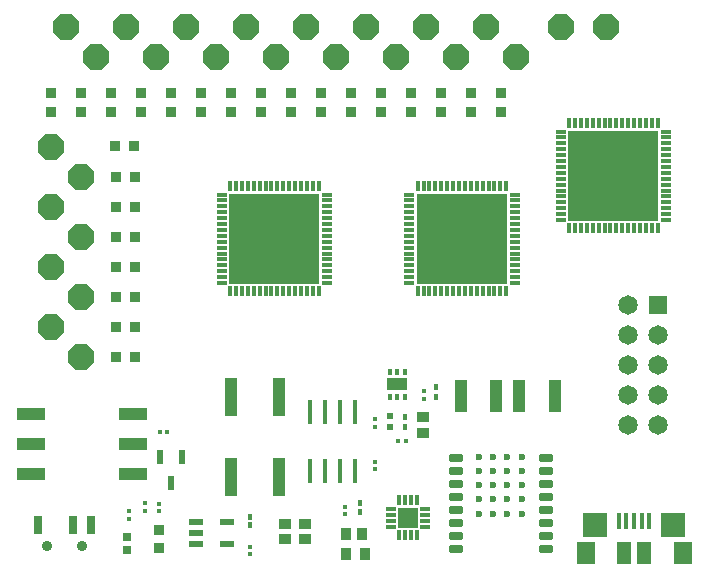
<source format=gbr>
G04 EAGLE Gerber RS-274X export*
G75*
%MOMM*%
%FSLAX34Y34*%
%LPD*%
%INSoldermask Top*%
%IPPOS*%
%AMOC8*
5,1,8,0,0,1.08239X$1,22.5*%
G01*
%ADD10R,0.420000X0.460000*%
%ADD11R,0.620000X0.600000*%
%ADD12R,1.020000X0.870000*%
%ADD13R,0.870000X1.020000*%
%ADD14R,0.330000X0.365000*%
%ADD15R,0.365000X0.330000*%
%ADD16P,2.336880X8X22.500000*%
%ADD17R,0.350000X0.600000*%
%ADD18R,1.700000X1.100000*%
%ADD19R,0.850000X0.300000*%
%ADD20R,0.300000X0.850000*%
%ADD21R,7.700000X7.700000*%
%ADD22R,0.600000X1.200000*%
%ADD23R,1.650000X1.650000*%
%ADD24C,1.650000*%
%ADD25R,0.700000X0.700000*%
%ADD26R,0.950000X0.950000*%
%ADD27R,0.950000X0.900000*%
%ADD28R,0.900000X0.950000*%
%ADD29R,0.440000X0.420000*%
%ADD30R,0.950000X1.000000*%
%ADD31R,0.400000X0.625000*%
%ADD32R,0.350000X0.525000*%
%ADD33R,0.420000X0.440000*%
%ADD34R,1.100000X2.700000*%
%ADD35R,2.440000X1.130000*%
%ADD36R,1.000000X3.200000*%
%ADD37R,0.700000X1.500000*%
%ADD38C,0.900000*%
%ADD39R,0.400000X2.041400*%
%ADD40C,0.345000*%
%ADD41C,0.600000*%
%ADD42R,1.270000X0.558800*%
%ADD43R,0.304800X0.812800*%
%ADD44R,0.812800X0.304800*%
%ADD45R,1.701800X1.701800*%
%ADD46R,1.100000X0.900000*%
%ADD47R,0.400000X1.350000*%
%ADD48R,2.100000X2.000000*%
%ADD49R,1.600000X1.900000*%
%ADD50R,1.200000X1.900000*%


D10*
X-255270Y206250D03*
X-255270Y212850D03*
X-297180Y182120D03*
X-297180Y188720D03*
D11*
X-284480Y191290D03*
X-284480Y182090D03*
D12*
X-256540Y190950D03*
X-256540Y177350D03*
D13*
X-321760Y91440D03*
X-308160Y91440D03*
D14*
X-480060Y111480D03*
X-480060Y117120D03*
X-322580Y114580D03*
X-322580Y108940D03*
X-402590Y74650D03*
X-402590Y80290D03*
X-297180Y152680D03*
X-297180Y147040D03*
D15*
X-473430Y177800D03*
X-479070Y177800D03*
D16*
X-177800Y495300D03*
X-203200Y520700D03*
X-431800Y495300D03*
X-457200Y520700D03*
X-482600Y495300D03*
X-508000Y520700D03*
X-533400Y495300D03*
X-558800Y520700D03*
X-571500Y419100D03*
X-546100Y393700D03*
X-571500Y368300D03*
X-546100Y342900D03*
X-228600Y495300D03*
X-571500Y317500D03*
X-546100Y292100D03*
X-571500Y266700D03*
X-546100Y241300D03*
X-254000Y520700D03*
X-279400Y495300D03*
X-304800Y520700D03*
X-330200Y495300D03*
X-355600Y520700D03*
X-381000Y495300D03*
X-406400Y520700D03*
D17*
X-284630Y207940D03*
X-278130Y207940D03*
X-271630Y207940D03*
X-271630Y228940D03*
X-278130Y228940D03*
X-284630Y228940D03*
D18*
X-278130Y218440D03*
D19*
X-426770Y379130D03*
X-426770Y374130D03*
X-426770Y369130D03*
X-426770Y364130D03*
X-426770Y359130D03*
X-426770Y354130D03*
X-426770Y349130D03*
X-426770Y344130D03*
X-426770Y339130D03*
X-426770Y334130D03*
X-426770Y329130D03*
X-426770Y324130D03*
X-426770Y319130D03*
X-426770Y314130D03*
X-426770Y309130D03*
X-426770Y304130D03*
D20*
X-419770Y297130D03*
X-414770Y297130D03*
X-409770Y297130D03*
X-404770Y297130D03*
X-399770Y297130D03*
X-394770Y297130D03*
X-389770Y297130D03*
X-384770Y297130D03*
X-379770Y297130D03*
X-374770Y297130D03*
X-369770Y297130D03*
X-364770Y297130D03*
X-359770Y297130D03*
X-354770Y297130D03*
X-349770Y297130D03*
X-344770Y297130D03*
D19*
X-337770Y304130D03*
X-337770Y309130D03*
X-337770Y314130D03*
X-337770Y319130D03*
X-337770Y324130D03*
X-337770Y329130D03*
X-337770Y334130D03*
X-337770Y339130D03*
X-337770Y344130D03*
X-337770Y349130D03*
X-337770Y354130D03*
X-337770Y359130D03*
X-337770Y364130D03*
X-337770Y369130D03*
X-337770Y374130D03*
X-337770Y379130D03*
D20*
X-344770Y386130D03*
X-349770Y386130D03*
X-354770Y386130D03*
X-359770Y386130D03*
X-364770Y386130D03*
X-369770Y386130D03*
X-374770Y386130D03*
X-379770Y386130D03*
X-384770Y386130D03*
X-389770Y386130D03*
X-394770Y386130D03*
X-399770Y386130D03*
X-404770Y386130D03*
X-409770Y386130D03*
X-414770Y386130D03*
X-419770Y386130D03*
D21*
X-382270Y341630D03*
D19*
X-139750Y432470D03*
X-139750Y427470D03*
X-139750Y422470D03*
X-139750Y417470D03*
X-139750Y412470D03*
X-139750Y407470D03*
X-139750Y402470D03*
X-139750Y397470D03*
X-139750Y392470D03*
X-139750Y387470D03*
X-139750Y382470D03*
X-139750Y377470D03*
X-139750Y372470D03*
X-139750Y367470D03*
X-139750Y362470D03*
X-139750Y357470D03*
D20*
X-132750Y350470D03*
X-127750Y350470D03*
X-122750Y350470D03*
X-117750Y350470D03*
X-112750Y350470D03*
X-107750Y350470D03*
X-102750Y350470D03*
X-97750Y350470D03*
X-92750Y350470D03*
X-87750Y350470D03*
X-82750Y350470D03*
X-77750Y350470D03*
X-72750Y350470D03*
X-67750Y350470D03*
X-62750Y350470D03*
X-57750Y350470D03*
D19*
X-50750Y357470D03*
X-50750Y362470D03*
X-50750Y367470D03*
X-50750Y372470D03*
X-50750Y377470D03*
X-50750Y382470D03*
X-50750Y387470D03*
X-50750Y392470D03*
X-50750Y397470D03*
X-50750Y402470D03*
X-50750Y407470D03*
X-50750Y412470D03*
X-50750Y417470D03*
X-50750Y422470D03*
X-50750Y427470D03*
X-50750Y432470D03*
D20*
X-57750Y439470D03*
X-62750Y439470D03*
X-67750Y439470D03*
X-72750Y439470D03*
X-77750Y439470D03*
X-82750Y439470D03*
X-87750Y439470D03*
X-92750Y439470D03*
X-97750Y439470D03*
X-102750Y439470D03*
X-107750Y439470D03*
X-112750Y439470D03*
X-117750Y439470D03*
X-122750Y439470D03*
X-127750Y439470D03*
X-132750Y439470D03*
D21*
X-95250Y394970D03*
D22*
X-460400Y157050D03*
X-479400Y157050D03*
X-469900Y135050D03*
D19*
X-268020Y379130D03*
X-268020Y374130D03*
X-268020Y369130D03*
X-268020Y364130D03*
X-268020Y359130D03*
X-268020Y354130D03*
X-268020Y349130D03*
X-268020Y344130D03*
X-268020Y339130D03*
X-268020Y334130D03*
X-268020Y329130D03*
X-268020Y324130D03*
X-268020Y319130D03*
X-268020Y314130D03*
X-268020Y309130D03*
X-268020Y304130D03*
D20*
X-261020Y297130D03*
X-256020Y297130D03*
X-251020Y297130D03*
X-246020Y297130D03*
X-241020Y297130D03*
X-236020Y297130D03*
X-231020Y297130D03*
X-226020Y297130D03*
X-221020Y297130D03*
X-216020Y297130D03*
X-211020Y297130D03*
X-206020Y297130D03*
X-201020Y297130D03*
X-196020Y297130D03*
X-191020Y297130D03*
X-186020Y297130D03*
D19*
X-179020Y304130D03*
X-179020Y309130D03*
X-179020Y314130D03*
X-179020Y319130D03*
X-179020Y324130D03*
X-179020Y329130D03*
X-179020Y334130D03*
X-179020Y339130D03*
X-179020Y344130D03*
X-179020Y349130D03*
X-179020Y354130D03*
X-179020Y359130D03*
X-179020Y364130D03*
X-179020Y369130D03*
X-179020Y374130D03*
X-179020Y379130D03*
D20*
X-186020Y386130D03*
X-191020Y386130D03*
X-196020Y386130D03*
X-201020Y386130D03*
X-206020Y386130D03*
X-211020Y386130D03*
X-216020Y386130D03*
X-221020Y386130D03*
X-226020Y386130D03*
X-231020Y386130D03*
X-236020Y386130D03*
X-241020Y386130D03*
X-246020Y386130D03*
X-251020Y386130D03*
X-256020Y386130D03*
X-261020Y386130D03*
D21*
X-223520Y341630D03*
D23*
X-57150Y285750D03*
D24*
X-82550Y285750D03*
X-57150Y260350D03*
X-82550Y260350D03*
X-57150Y234950D03*
X-82550Y234950D03*
X-57150Y209550D03*
X-82550Y209550D03*
X-57150Y184150D03*
X-82550Y184150D03*
D25*
X-506730Y78320D03*
X-506730Y89320D03*
D26*
X-480060Y80130D03*
X-480060Y95130D03*
D27*
X-190500Y465200D03*
X-190500Y449200D03*
X-215900Y465200D03*
X-215900Y449200D03*
X-241300Y465200D03*
X-241300Y449200D03*
X-266700Y465200D03*
X-266700Y449200D03*
X-292100Y465200D03*
X-292100Y449200D03*
X-317500Y465200D03*
X-317500Y449200D03*
X-342900Y465200D03*
X-342900Y449200D03*
X-368300Y465200D03*
X-368300Y449200D03*
X-393700Y465200D03*
X-393700Y449200D03*
X-419100Y465200D03*
X-419100Y449200D03*
X-444500Y465200D03*
X-444500Y449200D03*
X-469900Y465200D03*
X-469900Y449200D03*
X-495300Y465200D03*
X-495300Y449200D03*
X-520700Y465200D03*
X-520700Y449200D03*
X-546100Y465200D03*
X-546100Y449200D03*
X-571500Y465200D03*
X-571500Y449200D03*
D28*
X-516000Y241300D03*
X-500000Y241300D03*
X-517270Y420370D03*
X-501270Y420370D03*
X-516000Y393700D03*
X-500000Y393700D03*
X-516000Y368300D03*
X-500000Y368300D03*
X-516000Y342900D03*
X-500000Y342900D03*
X-516000Y317500D03*
X-500000Y317500D03*
X-516000Y292100D03*
X-500000Y292100D03*
X-516000Y266700D03*
X-500000Y266700D03*
D29*
X-277720Y170180D03*
X-270920Y170180D03*
D30*
X-305690Y74930D03*
X-321690Y74930D03*
D31*
X-245110Y207970D03*
X-245110Y216210D03*
X-271780Y190810D03*
X-271780Y182570D03*
D32*
X-309880Y117920D03*
X-309880Y110680D03*
X-402590Y99250D03*
X-402590Y106490D03*
D33*
X-491490Y110900D03*
X-491490Y117700D03*
X-505460Y104550D03*
X-505460Y111350D03*
D34*
X-194550Y208280D03*
X-224550Y208280D03*
X-175020Y208280D03*
X-145020Y208280D03*
D16*
X-139700Y520700D03*
D35*
X-588134Y193040D03*
X-588134Y167640D03*
X-588134Y142240D03*
X-502034Y142240D03*
X-502034Y167640D03*
X-502034Y193040D03*
D36*
X-418780Y139990D03*
X-378780Y139990D03*
X-378780Y207990D03*
X-418780Y207990D03*
D37*
X-582450Y99060D03*
X-552450Y99060D03*
X-537450Y99060D03*
D38*
X-574950Y81560D03*
X-544950Y81560D03*
D16*
X-101600Y520700D03*
D39*
X-339090Y195180D03*
X-326390Y195180D03*
X-351790Y195180D03*
X-313690Y195180D03*
X-339090Y145180D03*
X-326390Y145180D03*
X-351790Y145180D03*
X-313690Y145180D03*
D40*
X-156525Y77205D02*
X-148075Y77205D01*
X-156525Y77205D02*
X-156525Y80655D01*
X-148075Y80655D01*
X-148075Y77205D01*
X-148075Y80482D02*
X-156525Y80482D01*
X-156525Y91655D02*
X-148075Y91655D01*
X-148075Y88205D01*
X-156525Y88205D01*
X-156525Y91655D01*
X-156525Y91482D02*
X-148075Y91482D01*
X-148075Y102655D02*
X-156525Y102655D01*
X-148075Y102655D02*
X-148075Y99205D01*
X-156525Y99205D01*
X-156525Y102655D01*
X-156525Y102482D02*
X-148075Y102482D01*
X-148075Y113655D02*
X-156525Y113655D01*
X-148075Y113655D02*
X-148075Y110205D01*
X-156525Y110205D01*
X-156525Y113655D01*
X-156525Y113482D02*
X-148075Y113482D01*
X-148075Y124655D02*
X-156525Y124655D01*
X-148075Y124655D02*
X-148075Y121205D01*
X-156525Y121205D01*
X-156525Y124655D01*
X-156525Y124482D02*
X-148075Y124482D01*
X-148075Y135655D02*
X-156525Y135655D01*
X-148075Y135655D02*
X-148075Y132205D01*
X-156525Y132205D01*
X-156525Y135655D01*
X-156525Y135482D02*
X-148075Y135482D01*
X-148075Y146655D02*
X-156525Y146655D01*
X-148075Y146655D02*
X-148075Y143205D01*
X-156525Y143205D01*
X-156525Y146655D01*
X-156525Y146482D02*
X-148075Y146482D01*
X-148075Y157655D02*
X-156525Y157655D01*
X-148075Y157655D02*
X-148075Y154205D01*
X-156525Y154205D01*
X-156525Y157655D01*
X-156525Y157482D02*
X-148075Y157482D01*
X-224475Y157655D02*
X-232925Y157655D01*
X-224475Y157655D02*
X-224475Y154205D01*
X-232925Y154205D01*
X-232925Y157655D01*
X-232925Y157482D02*
X-224475Y157482D01*
X-224475Y146655D02*
X-232925Y146655D01*
X-224475Y146655D02*
X-224475Y143205D01*
X-232925Y143205D01*
X-232925Y146655D01*
X-232925Y146482D02*
X-224475Y146482D01*
X-224475Y135655D02*
X-232925Y135655D01*
X-224475Y135655D02*
X-224475Y132205D01*
X-232925Y132205D01*
X-232925Y135655D01*
X-232925Y135482D02*
X-224475Y135482D01*
X-224475Y124655D02*
X-232925Y124655D01*
X-224475Y124655D02*
X-224475Y121205D01*
X-232925Y121205D01*
X-232925Y124655D01*
X-232925Y124482D02*
X-224475Y124482D01*
X-224475Y113655D02*
X-232925Y113655D01*
X-224475Y113655D02*
X-224475Y110205D01*
X-232925Y110205D01*
X-232925Y113655D01*
X-232925Y113482D02*
X-224475Y113482D01*
X-224475Y102655D02*
X-232925Y102655D01*
X-224475Y102655D02*
X-224475Y99205D01*
X-232925Y99205D01*
X-232925Y102655D01*
X-232925Y102482D02*
X-224475Y102482D01*
X-224475Y91655D02*
X-232925Y91655D01*
X-224475Y91655D02*
X-224475Y88205D01*
X-232925Y88205D01*
X-232925Y91655D01*
X-232925Y91482D02*
X-224475Y91482D01*
X-224475Y80655D02*
X-232925Y80655D01*
X-224475Y80655D02*
X-224475Y77205D01*
X-232925Y77205D01*
X-232925Y80655D01*
X-232925Y80482D02*
X-224475Y80482D01*
D41*
X-173000Y156920D03*
X-185000Y156920D03*
X-197000Y156920D03*
X-209000Y156920D03*
X-173000Y144920D03*
X-185000Y144920D03*
X-197000Y144920D03*
X-209000Y144920D03*
X-173000Y132920D03*
X-185000Y132920D03*
X-197000Y132920D03*
X-209000Y132920D03*
X-173000Y120920D03*
X-185000Y120920D03*
X-197000Y120920D03*
X-209000Y120920D03*
X-173000Y108920D03*
X-185000Y108920D03*
X-197000Y108920D03*
X-209000Y108920D03*
D42*
X-448564Y102108D03*
X-448564Y92710D03*
X-448564Y83312D03*
X-422656Y83312D03*
X-422656Y102108D03*
D43*
X-261620Y120142D03*
X-266700Y120142D03*
X-271780Y120142D03*
X-276860Y120142D03*
D44*
X-283972Y113030D03*
X-283972Y107950D03*
X-283972Y102870D03*
X-283972Y97790D03*
D43*
X-276860Y90678D03*
X-271780Y90678D03*
X-266700Y90678D03*
X-261620Y90678D03*
D44*
X-254508Y97790D03*
X-254508Y102870D03*
X-254508Y107950D03*
X-254508Y113030D03*
D45*
X-269240Y105410D03*
D46*
X-372990Y87480D03*
X-355990Y87480D03*
X-355990Y100480D03*
X-372990Y100480D03*
D47*
X-64724Y102352D03*
X-71224Y102352D03*
X-77724Y102352D03*
X-84224Y102352D03*
X-90724Y102352D03*
D48*
X-110724Y99102D03*
X-44724Y99102D03*
D49*
X-118724Y75602D03*
X-36724Y75602D03*
D50*
X-86224Y75602D03*
X-69224Y75602D03*
M02*

</source>
